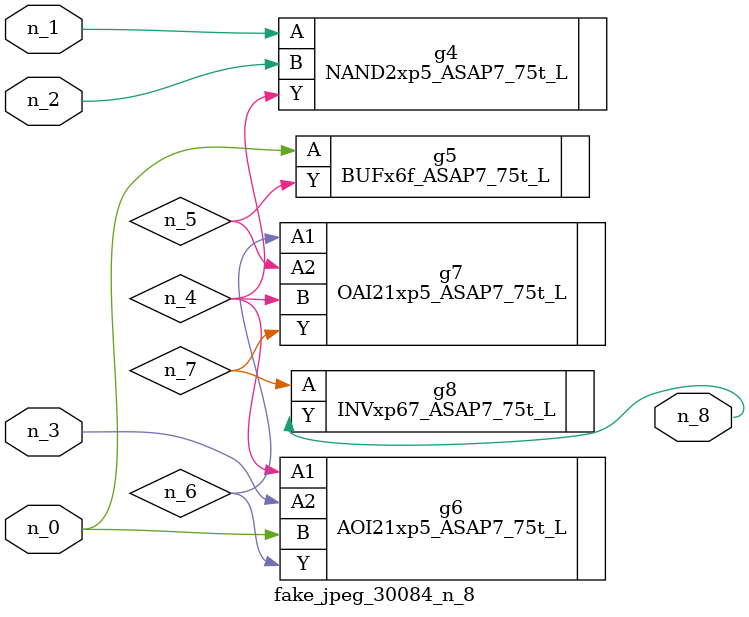
<source format=v>
module fake_jpeg_30084_n_8 (n_0, n_3, n_2, n_1, n_8);

input n_0;
input n_3;
input n_2;
input n_1;

output n_8;

wire n_4;
wire n_6;
wire n_5;
wire n_7;

NAND2xp5_ASAP7_75t_L g4 ( 
.A(n_1),
.B(n_2),
.Y(n_4)
);

BUFx6f_ASAP7_75t_L g5 ( 
.A(n_0),
.Y(n_5)
);

AOI21xp5_ASAP7_75t_L g6 ( 
.A1(n_4),
.A2(n_3),
.B(n_0),
.Y(n_6)
);

OAI21xp5_ASAP7_75t_L g7 ( 
.A1(n_6),
.A2(n_5),
.B(n_4),
.Y(n_7)
);

INVxp67_ASAP7_75t_L g8 ( 
.A(n_7),
.Y(n_8)
);


endmodule
</source>
